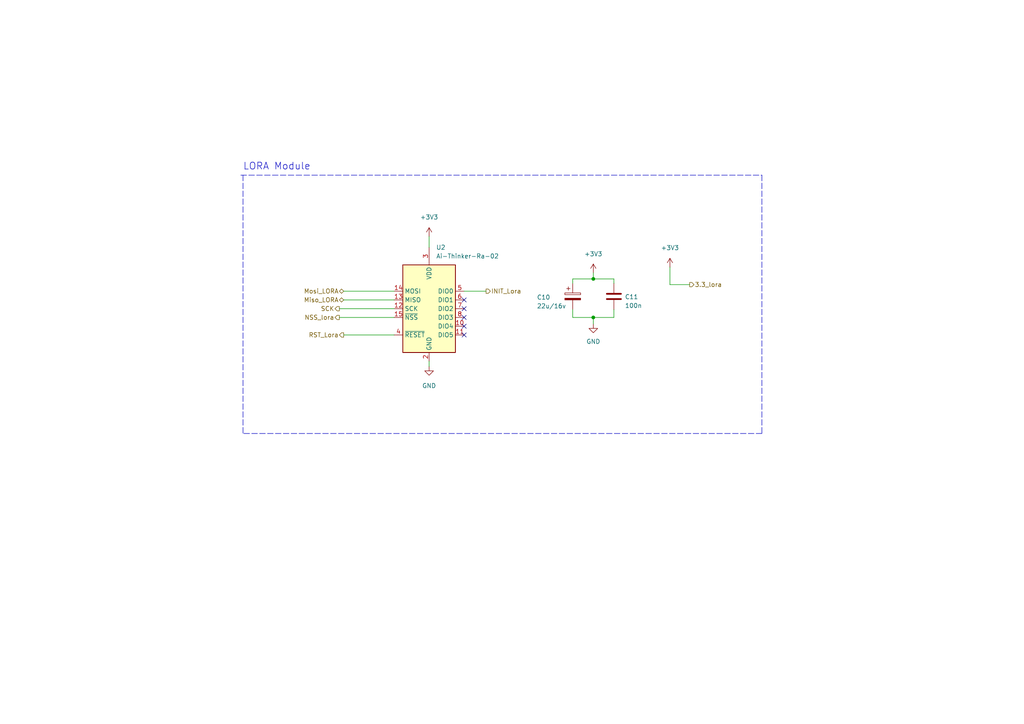
<source format=kicad_sch>
(kicad_sch (version 20211123) (generator eeschema)
  (paper "A4")
  (lib_symbols
    (symbol "Device:C" (pin_numbers hide) (pin_names (offset 0.254))
      (property "Reference" "C" (at 0.635 2.54 0))
      (property "Value" "C" (at 0.635 -2.54 0))
      (symbol "C_0_1"
        (polyline (pts (xy -2.032 -0.762) (xy 2.032 -0.762)) (stroke (width 0.508)))
        (polyline (pts (xy -2.032 0.762) (xy 2.032 0.762)) (stroke (width 0.508)))
      )
      (symbol "C_1_1"
        (pin passive line (at 0 3.81 270) (length 2.794) (name "~") (number "1"))
        (pin passive line (at 0 -3.81 90) (length 2.794) (name "~") (number "2"))
      )
    )
    (symbol "Device:C_Polarized" (pin_numbers hide) (pin_names (offset 0.254))
      (property "Reference" "C" (at 0.635 2.54 0))
      (property "Value" "C_Polarized" (at 0.635 -2.54 0))
      (symbol "C_Polarized_0_1"
        (rectangle (start -2.286 0.508) (end 2.286 1.016))
        (polyline (pts (xy -1.778 2.286) (xy -0.762 2.286)))
        (polyline (pts (xy -1.27 2.794) (xy -1.27 1.778)))
        (rectangle (start 2.286 -0.508) (end -2.286 -1.016) (fill (type outline)))
      )
      (symbol "C_Polarized_1_1"
        (pin passive line (at 0 3.81 270) (length 2.794) (name "~") (number "1"))
        (pin passive line (at 0 -3.81 90) (length 2.794) (name "~") (number "2"))
      )
    )
    (symbol "RF_Module:Ai-Thinker-Ra-02"
      (property "Reference" "U" (at 2.54 19.05 0))
      (property "Value" "Ai-Thinker-Ra-02" (at 13.97 -15.24 0))
      (symbol "Ai-Thinker-Ra-02_0_1"
        (rectangle (start -7.62 12.7) (end 7.62 -12.7) (stroke (width 0.254)) (fill (type background)))
      )
      (symbol "Ai-Thinker-Ra-02_1_1"
        (pin passive line (at 0 -15.24 90) (length 2.54) hide (name "GND") (number "1"))
        (pin bidirectional line (at 10.16 -5.08 180) (length 2.54) (name "DIO4") (number "10"))
        (pin bidirectional line (at 10.16 -7.62 180) (length 2.54) (name "DIO5") (number "11"))
        (pin input line (at -10.16 0 0) (length 2.54) (name "SCK") (number "12"))
        (pin output line (at -10.16 2.54 0) (length 2.54) (name "MISO") (number "13"))
        (pin input line (at -10.16 5.08 0) (length 2.54) (name "MOSI") (number "14"))
        (pin input line (at -10.16 -2.54 0) (length 2.54) (name "~{NSS}") (number "15"))
        (pin passive line (at 0 -15.24 90) (length 2.54) hide (name "GND") (number "16"))
        (pin power_in line (at 0 -15.24 90) (length 2.54) (name "GND") (number "2"))
        (pin power_in line (at 0 17.78 270) (length 5.08) (name "VDD") (number "3"))
        (pin input line (at -10.16 -7.62 0) (length 2.54) (name "~{RESET}") (number "4"))
        (pin bidirectional line (at 10.16 5.08 180) (length 2.54) (name "DIO0") (number "5"))
        (pin bidirectional line (at 10.16 2.54 180) (length 2.54) (name "DIO1") (number "6"))
        (pin bidirectional line (at 10.16 0 180) (length 2.54) (name "DIO2") (number "7"))
        (pin bidirectional line (at 10.16 -2.54 180) (length 2.54) (name "DIO3") (number "8"))
        (pin passive line (at 0 -15.24 90) (length 2.54) hide (name "GND") (number "9"))
      )
    )
    (symbol "power:+3V3" (power) (pin_names (offset 0))
      (property "Value" "+3V3" (at 0 3.556 0))
      (symbol "+3V3_0_1"
        (polyline (pts (xy -0.762 1.27) (xy 0 2.54)))
        (polyline (pts (xy 0 0) (xy 0 2.54)))
        (polyline (pts (xy 0 2.54) (xy 0.762 1.27)))
      )
      (symbol "+3V3_1_1"
        (pin power_in line (at 0 0 90) (length 0) hide (name "+3V3") (number "1"))
      )
    )
    (symbol "power:GND" (power) (pin_names (offset 0))
      (property "Value" "GND" (at 0 -3.81 0))
      (symbol "GND_0_1"
        (polyline (pts (xy 0 0) (xy 0 -1.27) (xy 1.27 -1.27) (xy 0 -2.54) (xy -1.27 -1.27) (xy 0 -1.27)))
      )
      (symbol "GND_1_1"
        (pin power_in line (at 0 0 270) (length 0) hide (name "GND") (number "1"))
      )
    )
  )
  (junction (at 172.085 80.899))
  (junction (at 172.085 92.075))
  (no_connect (at 134.62 92.075))
  (no_connect (at 134.62 94.615))
  (no_connect (at 134.62 86.995))
  (no_connect (at 134.62 97.155))
  (no_connect (at 134.62 89.535))
  (wire (pts (xy 166.116 92.075) (xy 166.116 89.789)))
  (wire (pts (xy 166.116 82.169) (xy 166.116 80.899)))
  (polyline (pts (xy 69.85 50.8) (xy 220.98 50.8)))
  (wire (pts (xy 134.62 84.455) (xy 140.97 84.455)))
  (wire (pts (xy 166.116 80.899) (xy 172.085 80.899)))
  (wire (pts (xy 172.085 79.121) (xy 172.085 80.899)))
  (wire (pts (xy 172.085 93.98) (xy 172.085 92.075)))
  (wire (pts (xy 178.054 89.789) (xy 178.054 92.075)))
  (wire (pts (xy 124.46 68.58) (xy 124.46 71.755)))
  (polyline (pts (xy 70.485 50.8) (xy 70.485 125.73)))
  (wire (pts (xy 200.025 82.55) (xy 194.31 82.55)))
  (wire (pts (xy 99.695 86.995) (xy 114.3 86.995)))
  (wire (pts (xy 172.085 80.899) (xy 178.054 80.899)))
  (wire (pts (xy 194.31 82.55) (xy 194.31 77.47)))
  (wire (pts (xy 99.695 84.455) (xy 114.3 84.455)))
  (wire (pts (xy 178.054 82.169) (xy 178.054 80.899)))
  (polyline (pts (xy 220.98 125.73) (xy 70.485 125.73)))
  (wire (pts (xy 99.695 97.155) (xy 114.3 97.155)))
  (wire (pts (xy 98.425 89.535) (xy 114.3 89.535)))
  (wire (pts (xy 172.085 92.075) (xy 178.054 92.075)))
  (wire (pts (xy 98.425 92.075) (xy 114.3 92.075)))
  (wire (pts (xy 124.46 106.299) (xy 124.46 104.775)))
  (wire (pts (xy 166.116 92.075) (xy 172.085 92.075)))
  (polyline (pts (xy 220.98 50.8) (xy 220.98 125.73)))
  (text "LORA Module" (at 70.485 49.53 0) (effects (font (size 2 2)) (justify left bottom)))
  (hierarchical_label "Mosi_LORA" (shape bidirectional) (at 99.695 84.455 180))
  (hierarchical_label "RST_Lora" (shape output) (at 99.695 97.155 180))
  (hierarchical_label "NSS_lora" (shape output) (at 98.425 92.075 180))
  (hierarchical_label "3.3_lora" (shape output) (at 200.025 82.55 0))
  (hierarchical_label "Miso_LORA" (shape bidirectional) (at 99.695 86.995 180))
  (hierarchical_label "INIT_Lora" (shape output) (at 140.97 84.455 0))
  (hierarchical_label "SCK" (shape output) (at 98.425 89.535 180))
  (symbol (lib_id "power:+3V3") (at 172.085 79.121 0) (unit 1)
    (property "Reference" "#PWR024" (effects hide))
    (property "Value" "+3V3" (at 172.085 73.66 0))
  )
  (symbol (lib_id "power:+3V3") (at 124.46 68.58 0) (unit 1)
    (property "Reference" "#PWR022" (effects hide))
    (property "Value" "+3V3" (at 124.46 62.992 0))
  )
  (symbol (lib_id "power:GND") (at 124.46 106.299 0) (unit 1)
    (property "Reference" "#PWR023" (effects hide))
    (property "Value" "GND" (at 124.46 111.887 0))
  )
  (symbol (lib_id "power:+3V3") (at 194.31 77.47 0) (unit 1)
    (property "Reference" "#PWR026" (effects hide))
    (property "Value" "+3V3" (at 194.31 71.882 0))
  )
  (symbol (lib_id "Device:C") (at 178.054 85.979 0) (unit 1)
    (property "Reference" "C11" (at 181.229 86.106 0) (effects (justify left)))
    (property "Value" "100n" (at 181.229 88.646 0) (effects (justify left)))
    (property "Footprint" "Capacitor_SMD:C_0402_1005Metric" (effects hide))
  )
  (symbol (lib_id "Device:C_Polarized") (at 166.116 85.979 0) (unit 1)
    (property "Reference" "C10" (at 155.702 86.233 0) (effects (justify left)))
    (property "Value" "22u/16v" (at 155.702 88.773 0) (effects (justify left)))
    (property "Footprint" "Capacitor_SMD:C_0402_1005Metric" (effects hide))
  )
  (symbol (lib_id "power:GND") (at 172.085 93.98 0) (unit 1)
    (property "Reference" "#PWR025" (effects hide))
    (property "Value" "GND" (at 172.085 99.06 0))
  )
  (symbol (lib_id "RF_Module:Ai-Thinker-Ra-02") (at 124.46 89.535 0) (unit 1)
    (property "Reference" "U2" (at 126.4794 71.755 0) (effects (justify left)))
    (property "Value" "Ai-Thinker-Ra-02" (at 126.4794 74.295 0) (effects (justify left)))
    (property "Footprint" "RF_Module:Ai-Thinker-Ra-01-LoRa" (effects hide))
    (property "Datasheet" "http://wiki.ai-thinker.com/_media/lora/docs/c048ps01a1_ra-02_product_specification_v1.1.pdf" (effects hide))
  )
)
</source>
